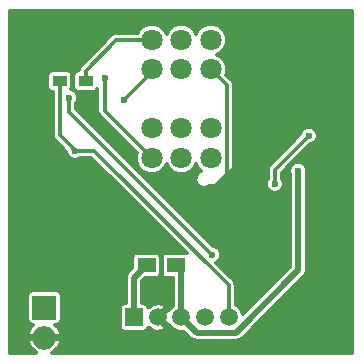
<source format=gbl>
G04 #@! TF.FileFunction,Copper,L2,Bot,Signal*
%FSLAX46Y46*%
G04 Gerber Fmt 4.6, Leading zero omitted, Abs format (unit mm)*
G04 Created by KiCad (PCBNEW 4.0.4-1.fc24-product) date Fri Jan 12 13:42:10 2018*
%MOMM*%
%LPD*%
G01*
G04 APERTURE LIST*
%ADD10C,0.100000*%
%ADD11O,1.998980X1.998980*%
%ADD12R,1.998980X1.998980*%
%ADD13R,1.200000X0.900000*%
%ADD14R,1.500000X1.250000*%
%ADD15R,1.500000X1.500000*%
%ADD16C,1.500000*%
%ADD17C,1.800000*%
%ADD18C,0.600000*%
%ADD19C,0.300000*%
%ADD20C,0.500000*%
G04 APERTURE END LIST*
D10*
D11*
X140400000Y-120200000D03*
D12*
X140400000Y-117660000D03*
D13*
X143900000Y-98500000D03*
X141700000Y-98500000D03*
D14*
X149050000Y-114100000D03*
X151550000Y-114100000D03*
D15*
X148000000Y-118500000D03*
D16*
X150000000Y-118500000D03*
X152000000Y-118500000D03*
X154000000Y-118500000D03*
X156000000Y-118500000D03*
D17*
X154500000Y-105000000D03*
X152000000Y-105000000D03*
X149500000Y-105000000D03*
X149500000Y-95000000D03*
X152000000Y-95000000D03*
X154500000Y-95000000D03*
X149500000Y-97500000D03*
X152000000Y-97500000D03*
X154500000Y-97500000D03*
X149500000Y-102500000D03*
X152000000Y-102500000D03*
X154500000Y-102500000D03*
D18*
X147100000Y-100100000D03*
X164400000Y-101400000D03*
X138400000Y-101400000D03*
X138400000Y-104300000D03*
X138400000Y-110700000D03*
X138400000Y-113500000D03*
X161900000Y-106100000D03*
X154300000Y-107900006D03*
X145496600Y-98216200D03*
X154600000Y-113200000D03*
X142500000Y-99900000D03*
X143020000Y-104380000D03*
X162800000Y-103100000D03*
X159900000Y-107200000D03*
D19*
X147100000Y-100100000D02*
X149500000Y-97700000D01*
X149500000Y-97700000D02*
X149500000Y-97500000D01*
D20*
X148000000Y-115150000D02*
X149050000Y-114100000D01*
X148000000Y-118500000D02*
X148000000Y-115150000D01*
X152000000Y-118500000D02*
X153300001Y-119800001D01*
X153300001Y-119800001D02*
X156624001Y-119800001D01*
X156624001Y-119800001D02*
X161900000Y-114524002D01*
X161900000Y-114524002D02*
X161900000Y-106100000D01*
X152000000Y-114550000D02*
X151550000Y-114100000D01*
X152000000Y-118500000D02*
X152000000Y-114550000D01*
D19*
X155858800Y-106341206D02*
X154300000Y-107900006D01*
X155858800Y-98858800D02*
X155858800Y-106341206D01*
X154500000Y-97500000D02*
X155858800Y-98858800D01*
X145496600Y-100996600D02*
X149500000Y-105000000D01*
X145496600Y-98216200D02*
X145496600Y-100996600D01*
X146499700Y-95000000D02*
X143900000Y-97599700D01*
X149500000Y-95000000D02*
X146499700Y-95000000D01*
X143900000Y-98500000D02*
X143900000Y-97599700D01*
X142500000Y-101100000D02*
X154600000Y-113200000D01*
X142500000Y-99900000D02*
X142500000Y-101100000D01*
X144632000Y-104380000D02*
X143020000Y-104380000D01*
X156000000Y-115749000D02*
X144632000Y-104380000D01*
X156000000Y-118500000D02*
X156000000Y-115749000D01*
X142720000Y-104080000D02*
X143020000Y-104380000D01*
X141700000Y-103061000D02*
X142720000Y-104080000D01*
X141700000Y-98500000D02*
X141700000Y-103061000D01*
X162800000Y-103100000D02*
X159900000Y-106000000D01*
X159900000Y-106000000D02*
X159900000Y-107200000D01*
G36*
X166475000Y-121475000D02*
X141076677Y-121475000D01*
X141126069Y-121454543D01*
X141550893Y-121081192D01*
X141800504Y-120573688D01*
X141729219Y-120350000D01*
X140550000Y-120350000D01*
X140550000Y-120370000D01*
X140250000Y-120370000D01*
X140250000Y-120350000D01*
X139070781Y-120350000D01*
X138999496Y-120573688D01*
X139249107Y-121081192D01*
X139673931Y-121454543D01*
X139723323Y-121475000D01*
X137525000Y-121475000D01*
X137525000Y-116660510D01*
X138941694Y-116660510D01*
X138941694Y-118659490D01*
X138973072Y-118826250D01*
X139071627Y-118979409D01*
X139222005Y-119082158D01*
X139400510Y-119118306D01*
X139477252Y-119118306D01*
X139249107Y-119318808D01*
X138999496Y-119826312D01*
X139070781Y-120050000D01*
X140250000Y-120050000D01*
X140250000Y-120030000D01*
X140550000Y-120030000D01*
X140550000Y-120050000D01*
X141729219Y-120050000D01*
X141800504Y-119826312D01*
X141550893Y-119318808D01*
X141322748Y-119118306D01*
X141399490Y-119118306D01*
X141566250Y-119086928D01*
X141719409Y-118988373D01*
X141822158Y-118837995D01*
X141858306Y-118659490D01*
X141858306Y-117750000D01*
X146791184Y-117750000D01*
X146791184Y-119250000D01*
X146822562Y-119416760D01*
X146921117Y-119569919D01*
X147071495Y-119672668D01*
X147250000Y-119708816D01*
X148750000Y-119708816D01*
X148916760Y-119677438D01*
X149069919Y-119578883D01*
X149172668Y-119428505D01*
X149177668Y-119403816D01*
X149242993Y-119469141D01*
X149327658Y-119384476D01*
X149407617Y-119570540D01*
X149862388Y-119715745D01*
X150338108Y-119675864D01*
X150592383Y-119570540D01*
X150672343Y-119384475D01*
X150000000Y-118712132D01*
X149985858Y-118726275D01*
X149773726Y-118514143D01*
X149787868Y-118500000D01*
X149773726Y-118485858D01*
X149985858Y-118273726D01*
X150000000Y-118287868D01*
X150672343Y-117615525D01*
X150592383Y-117429460D01*
X150137612Y-117284255D01*
X149661892Y-117324136D01*
X149407617Y-117429460D01*
X149327658Y-117615524D01*
X149242993Y-117530859D01*
X149179524Y-117594328D01*
X149177438Y-117583240D01*
X149078883Y-117430081D01*
X148928505Y-117327332D01*
X148750000Y-117291184D01*
X148700000Y-117291184D01*
X148700000Y-115439950D01*
X148956134Y-115183816D01*
X149800000Y-115183816D01*
X149966760Y-115152438D01*
X150119919Y-115053883D01*
X150222668Y-114903505D01*
X150258816Y-114725000D01*
X150258816Y-113475000D01*
X150227438Y-113308240D01*
X150128883Y-113155081D01*
X149978505Y-113052332D01*
X149800000Y-113016184D01*
X148300000Y-113016184D01*
X148133240Y-113047562D01*
X147980081Y-113146117D01*
X147877332Y-113296495D01*
X147841184Y-113475000D01*
X147841184Y-114318866D01*
X147505025Y-114655025D01*
X147353284Y-114882121D01*
X147326062Y-115018977D01*
X147300000Y-115150000D01*
X147300000Y-117291184D01*
X147250000Y-117291184D01*
X147083240Y-117322562D01*
X146930081Y-117421117D01*
X146827332Y-117571495D01*
X146791184Y-117750000D01*
X141858306Y-117750000D01*
X141858306Y-116660510D01*
X141826928Y-116493750D01*
X141728373Y-116340591D01*
X141577995Y-116237842D01*
X141399490Y-116201694D01*
X139400510Y-116201694D01*
X139233750Y-116233072D01*
X139080591Y-116331627D01*
X138977842Y-116482005D01*
X138941694Y-116660510D01*
X137525000Y-116660510D01*
X137525000Y-98050000D01*
X140641184Y-98050000D01*
X140641184Y-98950000D01*
X140672562Y-99116760D01*
X140771117Y-99269919D01*
X140921495Y-99372668D01*
X141100000Y-99408816D01*
X141100000Y-103061000D01*
X141100029Y-103061147D01*
X141100000Y-103061294D01*
X141122811Y-103175681D01*
X141145672Y-103290610D01*
X141145756Y-103290735D01*
X141145785Y-103290882D01*
X141210735Y-103387984D01*
X141275736Y-103485264D01*
X141275861Y-103485347D01*
X141275944Y-103485472D01*
X142269914Y-104478467D01*
X142269870Y-104528530D01*
X142383811Y-104804286D01*
X142594605Y-105015448D01*
X142870161Y-105129869D01*
X143168530Y-105130130D01*
X143444286Y-105016189D01*
X143480538Y-104980000D01*
X144383457Y-104980000D01*
X152449131Y-113046384D01*
X152300000Y-113016184D01*
X150800000Y-113016184D01*
X150633240Y-113047562D01*
X150480081Y-113146117D01*
X150377332Y-113296495D01*
X150341184Y-113475000D01*
X150341184Y-114725000D01*
X150372562Y-114891760D01*
X150471117Y-115044919D01*
X150621495Y-115147668D01*
X150800000Y-115183816D01*
X151300000Y-115183816D01*
X151300000Y-117503203D01*
X150983283Y-117819367D01*
X150965400Y-117862434D01*
X150884475Y-117827657D01*
X150212132Y-118500000D01*
X150884475Y-119172343D01*
X150965091Y-119137699D01*
X150982097Y-119178857D01*
X151319367Y-119516717D01*
X151760258Y-119699791D01*
X152210233Y-119700183D01*
X152805026Y-120294976D01*
X153032122Y-120446717D01*
X153300001Y-120500001D01*
X156624001Y-120500001D01*
X156891880Y-120446717D01*
X157118976Y-120294976D01*
X162394975Y-115018977D01*
X162546715Y-114791881D01*
X162546716Y-114791880D01*
X162600000Y-114524002D01*
X162600000Y-106369937D01*
X162649869Y-106249839D01*
X162650130Y-105951470D01*
X162536189Y-105675714D01*
X162325395Y-105464552D01*
X162049839Y-105350131D01*
X161751470Y-105349870D01*
X161475714Y-105463811D01*
X161264552Y-105674605D01*
X161150131Y-105950161D01*
X161149870Y-106248530D01*
X161200000Y-106369853D01*
X161200000Y-114234052D01*
X157191872Y-118242180D01*
X157017903Y-117821143D01*
X156680633Y-117483283D01*
X156600000Y-117449801D01*
X156600000Y-115749000D01*
X156577289Y-115634821D01*
X156554338Y-115519414D01*
X156554331Y-115519403D01*
X156554328Y-115519390D01*
X156490724Y-115424200D01*
X156424283Y-115324755D01*
X154961704Y-113862048D01*
X155024286Y-113836189D01*
X155235448Y-113625395D01*
X155349869Y-113349839D01*
X155350130Y-113051470D01*
X155236189Y-112775714D01*
X155025395Y-112564552D01*
X154749839Y-112450131D01*
X154698614Y-112450086D01*
X143100000Y-100851472D01*
X143100000Y-100360781D01*
X143135448Y-100325395D01*
X143249869Y-100049839D01*
X143250130Y-99751470D01*
X143136189Y-99475714D01*
X142925395Y-99264552D01*
X142695061Y-99168909D01*
X142722668Y-99128505D01*
X142758816Y-98950000D01*
X142758816Y-98050000D01*
X142841184Y-98050000D01*
X142841184Y-98950000D01*
X142872562Y-99116760D01*
X142971117Y-99269919D01*
X143121495Y-99372668D01*
X143300000Y-99408816D01*
X144500000Y-99408816D01*
X144666760Y-99377438D01*
X144819919Y-99278883D01*
X144896600Y-99166657D01*
X144896600Y-100996600D01*
X144942272Y-101226210D01*
X145072336Y-101420864D01*
X148218166Y-104566694D01*
X148150235Y-104730290D01*
X148149766Y-105267353D01*
X148354858Y-105763715D01*
X148734288Y-106143807D01*
X149230290Y-106349765D01*
X149767353Y-106350234D01*
X150263715Y-106145142D01*
X150643807Y-105765712D01*
X150750007Y-105509955D01*
X150854858Y-105763715D01*
X151234288Y-106143807D01*
X151730290Y-106349765D01*
X152267353Y-106350234D01*
X152763715Y-106145142D01*
X153143807Y-105765712D01*
X153250007Y-105509955D01*
X153354858Y-105763715D01*
X153667728Y-106077131D01*
X153521114Y-106137711D01*
X153309952Y-106348505D01*
X153195531Y-106624061D01*
X153195270Y-106922430D01*
X153309211Y-107198186D01*
X153520005Y-107409348D01*
X153795561Y-107523769D01*
X154093930Y-107524030D01*
X154369686Y-107410089D01*
X154405938Y-107373900D01*
X154664700Y-107373900D01*
X154792244Y-107348530D01*
X159149870Y-107348530D01*
X159263811Y-107624286D01*
X159474605Y-107835448D01*
X159750161Y-107949869D01*
X160048530Y-107950130D01*
X160324286Y-107836189D01*
X160535448Y-107625395D01*
X160649869Y-107349839D01*
X160650130Y-107051470D01*
X160536189Y-106775714D01*
X160500000Y-106739462D01*
X160500000Y-106248528D01*
X162898442Y-103850086D01*
X162948530Y-103850130D01*
X163224286Y-103736189D01*
X163435448Y-103525395D01*
X163549869Y-103249839D01*
X163550130Y-102951470D01*
X163436189Y-102675714D01*
X163225395Y-102464552D01*
X162949839Y-102350131D01*
X162651470Y-102349870D01*
X162375714Y-102463811D01*
X162164552Y-102674605D01*
X162050131Y-102950161D01*
X162050086Y-103001386D01*
X159475736Y-105575736D01*
X159345672Y-105770390D01*
X159300000Y-106000000D01*
X159300000Y-106739219D01*
X159264552Y-106774605D01*
X159150131Y-107050161D01*
X159149870Y-107348530D01*
X154792244Y-107348530D01*
X154894310Y-107328228D01*
X155088964Y-107198164D01*
X156283064Y-106004064D01*
X156413128Y-105809411D01*
X156458800Y-105579800D01*
X156458800Y-98858800D01*
X156416301Y-98645142D01*
X156413128Y-98629189D01*
X156283064Y-98434536D01*
X155781834Y-97933306D01*
X155849765Y-97769710D01*
X155850234Y-97232647D01*
X155645142Y-96736285D01*
X155265712Y-96356193D01*
X155009955Y-96249993D01*
X155263715Y-96145142D01*
X155643807Y-95765712D01*
X155849765Y-95269710D01*
X155850234Y-94732647D01*
X155645142Y-94236285D01*
X155265712Y-93856193D01*
X154769710Y-93650235D01*
X154232647Y-93649766D01*
X153736285Y-93854858D01*
X153356193Y-94234288D01*
X153249993Y-94490045D01*
X153145142Y-94236285D01*
X152765712Y-93856193D01*
X152269710Y-93650235D01*
X151732647Y-93649766D01*
X151236285Y-93854858D01*
X150856193Y-94234288D01*
X150749993Y-94490045D01*
X150645142Y-94236285D01*
X150265712Y-93856193D01*
X149769710Y-93650235D01*
X149232647Y-93649766D01*
X148736285Y-93854858D01*
X148356193Y-94234288D01*
X148287383Y-94400000D01*
X146499700Y-94400000D01*
X146270090Y-94445672D01*
X146075436Y-94575736D01*
X143475736Y-97175436D01*
X143345672Y-97370090D01*
X143301694Y-97591184D01*
X143300000Y-97591184D01*
X143133240Y-97622562D01*
X142980081Y-97721117D01*
X142877332Y-97871495D01*
X142841184Y-98050000D01*
X142758816Y-98050000D01*
X142727438Y-97883240D01*
X142628883Y-97730081D01*
X142478505Y-97627332D01*
X142300000Y-97591184D01*
X141100000Y-97591184D01*
X140933240Y-97622562D01*
X140780081Y-97721117D01*
X140677332Y-97871495D01*
X140641184Y-98050000D01*
X137525000Y-98050000D01*
X137525000Y-92525000D01*
X166475000Y-92525000D01*
X166475000Y-121475000D01*
X166475000Y-121475000D01*
G37*
X166475000Y-121475000D02*
X141076677Y-121475000D01*
X141126069Y-121454543D01*
X141550893Y-121081192D01*
X141800504Y-120573688D01*
X141729219Y-120350000D01*
X140550000Y-120350000D01*
X140550000Y-120370000D01*
X140250000Y-120370000D01*
X140250000Y-120350000D01*
X139070781Y-120350000D01*
X138999496Y-120573688D01*
X139249107Y-121081192D01*
X139673931Y-121454543D01*
X139723323Y-121475000D01*
X137525000Y-121475000D01*
X137525000Y-116660510D01*
X138941694Y-116660510D01*
X138941694Y-118659490D01*
X138973072Y-118826250D01*
X139071627Y-118979409D01*
X139222005Y-119082158D01*
X139400510Y-119118306D01*
X139477252Y-119118306D01*
X139249107Y-119318808D01*
X138999496Y-119826312D01*
X139070781Y-120050000D01*
X140250000Y-120050000D01*
X140250000Y-120030000D01*
X140550000Y-120030000D01*
X140550000Y-120050000D01*
X141729219Y-120050000D01*
X141800504Y-119826312D01*
X141550893Y-119318808D01*
X141322748Y-119118306D01*
X141399490Y-119118306D01*
X141566250Y-119086928D01*
X141719409Y-118988373D01*
X141822158Y-118837995D01*
X141858306Y-118659490D01*
X141858306Y-117750000D01*
X146791184Y-117750000D01*
X146791184Y-119250000D01*
X146822562Y-119416760D01*
X146921117Y-119569919D01*
X147071495Y-119672668D01*
X147250000Y-119708816D01*
X148750000Y-119708816D01*
X148916760Y-119677438D01*
X149069919Y-119578883D01*
X149172668Y-119428505D01*
X149177668Y-119403816D01*
X149242993Y-119469141D01*
X149327658Y-119384476D01*
X149407617Y-119570540D01*
X149862388Y-119715745D01*
X150338108Y-119675864D01*
X150592383Y-119570540D01*
X150672343Y-119384475D01*
X150000000Y-118712132D01*
X149985858Y-118726275D01*
X149773726Y-118514143D01*
X149787868Y-118500000D01*
X149773726Y-118485858D01*
X149985858Y-118273726D01*
X150000000Y-118287868D01*
X150672343Y-117615525D01*
X150592383Y-117429460D01*
X150137612Y-117284255D01*
X149661892Y-117324136D01*
X149407617Y-117429460D01*
X149327658Y-117615524D01*
X149242993Y-117530859D01*
X149179524Y-117594328D01*
X149177438Y-117583240D01*
X149078883Y-117430081D01*
X148928505Y-117327332D01*
X148750000Y-117291184D01*
X148700000Y-117291184D01*
X148700000Y-115439950D01*
X148956134Y-115183816D01*
X149800000Y-115183816D01*
X149966760Y-115152438D01*
X150119919Y-115053883D01*
X150222668Y-114903505D01*
X150258816Y-114725000D01*
X150258816Y-113475000D01*
X150227438Y-113308240D01*
X150128883Y-113155081D01*
X149978505Y-113052332D01*
X149800000Y-113016184D01*
X148300000Y-113016184D01*
X148133240Y-113047562D01*
X147980081Y-113146117D01*
X147877332Y-113296495D01*
X147841184Y-113475000D01*
X147841184Y-114318866D01*
X147505025Y-114655025D01*
X147353284Y-114882121D01*
X147326062Y-115018977D01*
X147300000Y-115150000D01*
X147300000Y-117291184D01*
X147250000Y-117291184D01*
X147083240Y-117322562D01*
X146930081Y-117421117D01*
X146827332Y-117571495D01*
X146791184Y-117750000D01*
X141858306Y-117750000D01*
X141858306Y-116660510D01*
X141826928Y-116493750D01*
X141728373Y-116340591D01*
X141577995Y-116237842D01*
X141399490Y-116201694D01*
X139400510Y-116201694D01*
X139233750Y-116233072D01*
X139080591Y-116331627D01*
X138977842Y-116482005D01*
X138941694Y-116660510D01*
X137525000Y-116660510D01*
X137525000Y-98050000D01*
X140641184Y-98050000D01*
X140641184Y-98950000D01*
X140672562Y-99116760D01*
X140771117Y-99269919D01*
X140921495Y-99372668D01*
X141100000Y-99408816D01*
X141100000Y-103061000D01*
X141100029Y-103061147D01*
X141100000Y-103061294D01*
X141122811Y-103175681D01*
X141145672Y-103290610D01*
X141145756Y-103290735D01*
X141145785Y-103290882D01*
X141210735Y-103387984D01*
X141275736Y-103485264D01*
X141275861Y-103485347D01*
X141275944Y-103485472D01*
X142269914Y-104478467D01*
X142269870Y-104528530D01*
X142383811Y-104804286D01*
X142594605Y-105015448D01*
X142870161Y-105129869D01*
X143168530Y-105130130D01*
X143444286Y-105016189D01*
X143480538Y-104980000D01*
X144383457Y-104980000D01*
X152449131Y-113046384D01*
X152300000Y-113016184D01*
X150800000Y-113016184D01*
X150633240Y-113047562D01*
X150480081Y-113146117D01*
X150377332Y-113296495D01*
X150341184Y-113475000D01*
X150341184Y-114725000D01*
X150372562Y-114891760D01*
X150471117Y-115044919D01*
X150621495Y-115147668D01*
X150800000Y-115183816D01*
X151300000Y-115183816D01*
X151300000Y-117503203D01*
X150983283Y-117819367D01*
X150965400Y-117862434D01*
X150884475Y-117827657D01*
X150212132Y-118500000D01*
X150884475Y-119172343D01*
X150965091Y-119137699D01*
X150982097Y-119178857D01*
X151319367Y-119516717D01*
X151760258Y-119699791D01*
X152210233Y-119700183D01*
X152805026Y-120294976D01*
X153032122Y-120446717D01*
X153300001Y-120500001D01*
X156624001Y-120500001D01*
X156891880Y-120446717D01*
X157118976Y-120294976D01*
X162394975Y-115018977D01*
X162546715Y-114791881D01*
X162546716Y-114791880D01*
X162600000Y-114524002D01*
X162600000Y-106369937D01*
X162649869Y-106249839D01*
X162650130Y-105951470D01*
X162536189Y-105675714D01*
X162325395Y-105464552D01*
X162049839Y-105350131D01*
X161751470Y-105349870D01*
X161475714Y-105463811D01*
X161264552Y-105674605D01*
X161150131Y-105950161D01*
X161149870Y-106248530D01*
X161200000Y-106369853D01*
X161200000Y-114234052D01*
X157191872Y-118242180D01*
X157017903Y-117821143D01*
X156680633Y-117483283D01*
X156600000Y-117449801D01*
X156600000Y-115749000D01*
X156577289Y-115634821D01*
X156554338Y-115519414D01*
X156554331Y-115519403D01*
X156554328Y-115519390D01*
X156490724Y-115424200D01*
X156424283Y-115324755D01*
X154961704Y-113862048D01*
X155024286Y-113836189D01*
X155235448Y-113625395D01*
X155349869Y-113349839D01*
X155350130Y-113051470D01*
X155236189Y-112775714D01*
X155025395Y-112564552D01*
X154749839Y-112450131D01*
X154698614Y-112450086D01*
X143100000Y-100851472D01*
X143100000Y-100360781D01*
X143135448Y-100325395D01*
X143249869Y-100049839D01*
X143250130Y-99751470D01*
X143136189Y-99475714D01*
X142925395Y-99264552D01*
X142695061Y-99168909D01*
X142722668Y-99128505D01*
X142758816Y-98950000D01*
X142758816Y-98050000D01*
X142841184Y-98050000D01*
X142841184Y-98950000D01*
X142872562Y-99116760D01*
X142971117Y-99269919D01*
X143121495Y-99372668D01*
X143300000Y-99408816D01*
X144500000Y-99408816D01*
X144666760Y-99377438D01*
X144819919Y-99278883D01*
X144896600Y-99166657D01*
X144896600Y-100996600D01*
X144942272Y-101226210D01*
X145072336Y-101420864D01*
X148218166Y-104566694D01*
X148150235Y-104730290D01*
X148149766Y-105267353D01*
X148354858Y-105763715D01*
X148734288Y-106143807D01*
X149230290Y-106349765D01*
X149767353Y-106350234D01*
X150263715Y-106145142D01*
X150643807Y-105765712D01*
X150750007Y-105509955D01*
X150854858Y-105763715D01*
X151234288Y-106143807D01*
X151730290Y-106349765D01*
X152267353Y-106350234D01*
X152763715Y-106145142D01*
X153143807Y-105765712D01*
X153250007Y-105509955D01*
X153354858Y-105763715D01*
X153667728Y-106077131D01*
X153521114Y-106137711D01*
X153309952Y-106348505D01*
X153195531Y-106624061D01*
X153195270Y-106922430D01*
X153309211Y-107198186D01*
X153520005Y-107409348D01*
X153795561Y-107523769D01*
X154093930Y-107524030D01*
X154369686Y-107410089D01*
X154405938Y-107373900D01*
X154664700Y-107373900D01*
X154792244Y-107348530D01*
X159149870Y-107348530D01*
X159263811Y-107624286D01*
X159474605Y-107835448D01*
X159750161Y-107949869D01*
X160048530Y-107950130D01*
X160324286Y-107836189D01*
X160535448Y-107625395D01*
X160649869Y-107349839D01*
X160650130Y-107051470D01*
X160536189Y-106775714D01*
X160500000Y-106739462D01*
X160500000Y-106248528D01*
X162898442Y-103850086D01*
X162948530Y-103850130D01*
X163224286Y-103736189D01*
X163435448Y-103525395D01*
X163549869Y-103249839D01*
X163550130Y-102951470D01*
X163436189Y-102675714D01*
X163225395Y-102464552D01*
X162949839Y-102350131D01*
X162651470Y-102349870D01*
X162375714Y-102463811D01*
X162164552Y-102674605D01*
X162050131Y-102950161D01*
X162050086Y-103001386D01*
X159475736Y-105575736D01*
X159345672Y-105770390D01*
X159300000Y-106000000D01*
X159300000Y-106739219D01*
X159264552Y-106774605D01*
X159150131Y-107050161D01*
X159149870Y-107348530D01*
X154792244Y-107348530D01*
X154894310Y-107328228D01*
X155088964Y-107198164D01*
X156283064Y-106004064D01*
X156413128Y-105809411D01*
X156458800Y-105579800D01*
X156458800Y-98858800D01*
X156416301Y-98645142D01*
X156413128Y-98629189D01*
X156283064Y-98434536D01*
X155781834Y-97933306D01*
X155849765Y-97769710D01*
X155850234Y-97232647D01*
X155645142Y-96736285D01*
X155265712Y-96356193D01*
X155009955Y-96249993D01*
X155263715Y-96145142D01*
X155643807Y-95765712D01*
X155849765Y-95269710D01*
X155850234Y-94732647D01*
X155645142Y-94236285D01*
X155265712Y-93856193D01*
X154769710Y-93650235D01*
X154232647Y-93649766D01*
X153736285Y-93854858D01*
X153356193Y-94234288D01*
X153249993Y-94490045D01*
X153145142Y-94236285D01*
X152765712Y-93856193D01*
X152269710Y-93650235D01*
X151732647Y-93649766D01*
X151236285Y-93854858D01*
X150856193Y-94234288D01*
X150749993Y-94490045D01*
X150645142Y-94236285D01*
X150265712Y-93856193D01*
X149769710Y-93650235D01*
X149232647Y-93649766D01*
X148736285Y-93854858D01*
X148356193Y-94234288D01*
X148287383Y-94400000D01*
X146499700Y-94400000D01*
X146270090Y-94445672D01*
X146075436Y-94575736D01*
X143475736Y-97175436D01*
X143345672Y-97370090D01*
X143301694Y-97591184D01*
X143300000Y-97591184D01*
X143133240Y-97622562D01*
X142980081Y-97721117D01*
X142877332Y-97871495D01*
X142841184Y-98050000D01*
X142758816Y-98050000D01*
X142727438Y-97883240D01*
X142628883Y-97730081D01*
X142478505Y-97627332D01*
X142300000Y-97591184D01*
X141100000Y-97591184D01*
X140933240Y-97622562D01*
X140780081Y-97721117D01*
X140677332Y-97871495D01*
X140641184Y-98050000D01*
X137525000Y-98050000D01*
X137525000Y-92525000D01*
X166475000Y-92525000D01*
X166475000Y-121475000D01*
M02*

</source>
